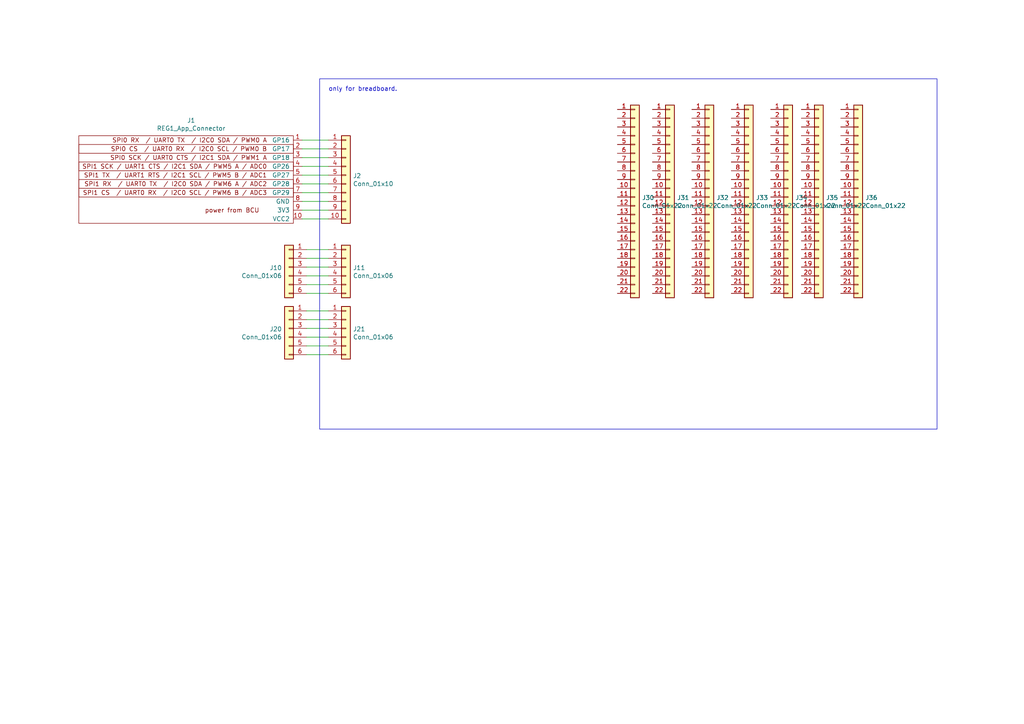
<source format=kicad_sch>
(kicad_sch (version 20230121) (generator eeschema)
  (paper "A4")
  (title_block (title "REG1-App-Universal") (date "2023-10-13") (rev "V00.90") (company "OpenKNX") (comment 1 "by Ing-Dom <dom@ing-dom.de>") (comment 4 "https://OpenKNX.de"))
  (lib_symbols
    (symbol "Connector_Generic:Conn_01x06" (pin_names (offset 1.016) hide)
      (property "Reference" "J" (at 0 7.62 0))
      (property "Value" "Conn_01x06" (at 0 -10.16 0))
      (symbol "Conn_01x06_1_1"
        (rectangle (start -1.27 -7.493) (end 0 -7.747) (stroke (width 0.1524)))
        (rectangle (start -1.27 -4.953) (end 0 -5.207) (stroke (width 0.1524)))
        (rectangle (start -1.27 -2.413) (end 0 -2.667) (stroke (width 0.1524)))
        (rectangle (start -1.27 0.127) (end 0 -0.127) (stroke (width 0.1524)))
        (rectangle (start -1.27 2.667) (end 0 2.413) (stroke (width 0.1524)))
        (rectangle (start -1.27 5.207) (end 0 4.953) (stroke (width 0.1524)))
        (rectangle (start -1.27 6.35) (end 1.27 -8.89) (stroke (width 0.254)) (fill (type background)))
        (pin passive line (at -5.08 5.08 0) (length 3.81) (name "Pin_1") (number "1"))
        (pin passive line (at -5.08 2.54 0) (length 3.81) (name "Pin_2") (number "2"))
        (pin passive line (at -5.08 0 0) (length 3.81) (name "Pin_3") (number "3"))
        (pin passive line (at -5.08 -2.54 0) (length 3.81) (name "Pin_4") (number "4"))
        (pin passive line (at -5.08 -5.08 0) (length 3.81) (name "Pin_5") (number "5"))
        (pin passive line (at -5.08 -7.62 0) (length 3.81) (name "Pin_6") (number "6"))
      )
    )
    (symbol "Connector_Generic:Conn_01x10" (pin_names (offset 1.016) hide)
      (property "Reference" "J" (at 0 12.7 0))
      (property "Value" "Conn_01x10" (at 0 -15.24 0))
      (symbol "Conn_01x10_1_1"
        (rectangle (start -1.27 -12.573) (end 0 -12.827) (stroke (width 0.1524)))
        (rectangle (start -1.27 -10.033) (end 0 -10.287) (stroke (width 0.1524)))
        (rectangle (start -1.27 -7.493) (end 0 -7.747) (stroke (width 0.1524)))
        (rectangle (start -1.27 -4.953) (end 0 -5.207) (stroke (width 0.1524)))
        (rectangle (start -1.27 -2.413) (end 0 -2.667) (stroke (width 0.1524)))
        (rectangle (start -1.27 0.127) (end 0 -0.127) (stroke (width 0.1524)))
        (rectangle (start -1.27 2.667) (end 0 2.413) (stroke (width 0.1524)))
        (rectangle (start -1.27 5.207) (end 0 4.953) (stroke (width 0.1524)))
        (rectangle (start -1.27 7.747) (end 0 7.493) (stroke (width 0.1524)))
        (rectangle (start -1.27 10.287) (end 0 10.033) (stroke (width 0.1524)))
        (rectangle (start -1.27 11.43) (end 1.27 -13.97) (stroke (width 0.254)) (fill (type background)))
        (pin passive line (at -5.08 10.16 0) (length 3.81) (name "Pin_1") (number "1"))
        (pin passive line (at -5.08 -12.7 0) (length 3.81) (name "Pin_10") (number "10"))
        (pin passive line (at -5.08 7.62 0) (length 3.81) (name "Pin_2") (number "2"))
        (pin passive line (at -5.08 5.08 0) (length 3.81) (name "Pin_3") (number "3"))
        (pin passive line (at -5.08 2.54 0) (length 3.81) (name "Pin_4") (number "4"))
        (pin passive line (at -5.08 0 0) (length 3.81) (name "Pin_5") (number "5"))
        (pin passive line (at -5.08 -2.54 0) (length 3.81) (name "Pin_6") (number "6"))
        (pin passive line (at -5.08 -5.08 0) (length 3.81) (name "Pin_7") (number "7"))
        (pin passive line (at -5.08 -7.62 0) (length 3.81) (name "Pin_8") (number "8"))
        (pin passive line (at -5.08 -10.16 0) (length 3.81) (name "Pin_9") (number "9"))
      )
    )
    (symbol "Connector_Generic:Conn_01x22" (pin_names (offset 1.016) hide)
      (property "Reference" "J" (at 0 27.94 0))
      (property "Value" "Conn_01x22" (at 0 -30.48 0))
      (symbol "Conn_01x22_1_1"
        (rectangle (start -1.27 -27.813) (end 0 -28.067) (stroke (width 0.1524)))
        (rectangle (start -1.27 -25.273) (end 0 -25.527) (stroke (width 0.1524)))
        (rectangle (start -1.27 -22.733) (end 0 -22.987) (stroke (width 0.1524)))
        (rectangle (start -1.27 -20.193) (end 0 -20.447) (stroke (width 0.1524)))
        (rectangle (start -1.27 -17.653) (end 0 -17.907) (stroke (width 0.1524)))
        (rectangle (start -1.27 -15.113) (end 0 -15.367) (stroke (width 0.1524)))
        (rectangle (start -1.27 -12.573) (end 0 -12.827) (stroke (width 0.1524)))
        (rectangle (start -1.27 -10.033) (end 0 -10.287) (stroke (width 0.1524)))
        (rectangle (start -1.27 -7.493) (end 0 -7.747) (stroke (width 0.1524)))
        (rectangle (start -1.27 -4.953) (end 0 -5.207) (stroke (width 0.1524)))
        (rectangle (start -1.27 -2.413) (end 0 -2.667) (stroke (width 0.1524)))
        (rectangle (start -1.27 0.127) (end 0 -0.127) (stroke (width 0.1524)))
        (rectangle (start -1.27 2.667) (end 0 2.413) (stroke (width 0.1524)))
        (rectangle (start -1.27 5.207) (end 0 4.953) (stroke (width 0.1524)))
        (rectangle (start -1.27 7.747) (end 0 7.493) (stroke (width 0.1524)))
        (rectangle (start -1.27 10.287) (end 0 10.033) (stroke (width 0.1524)))
        (rectangle (start -1.27 12.827) (end 0 12.573) (stroke (width 0.1524)))
        (rectangle (start -1.27 15.367) (end 0 15.113) (stroke (width 0.1524)))
        (rectangle (start -1.27 17.907) (end 0 17.653) (stroke (width 0.1524)))
        (rectangle (start -1.27 20.447) (end 0 20.193) (stroke (width 0.1524)))
        (rectangle (start -1.27 22.987) (end 0 22.733) (stroke (width 0.1524)))
        (rectangle (start -1.27 25.527) (end 0 25.273) (stroke (width 0.1524)))
        (rectangle (start -1.27 26.67) (end 1.27 -29.21) (stroke (width 0.254)) (fill (type background)))
        (pin passive line (at -5.08 25.4 0) (length 3.81) (name "Pin_1") (number "1"))
        (pin passive line (at -5.08 2.54 0) (length 3.81) (name "Pin_10") (number "10"))
        (pin passive line (at -5.08 0 0) (length 3.81) (name "Pin_11") (number "11"))
        (pin passive line (at -5.08 -2.54 0) (length 3.81) (name "Pin_12") (number "12"))
        (pin passive line (at -5.08 -5.08 0) (length 3.81) (name "Pin_13") (number "13"))
        (pin passive line (at -5.08 -7.62 0) (length 3.81) (name "Pin_14") (number "14"))
        (pin passive line (at -5.08 -10.16 0) (length 3.81) (name "Pin_15") (number "15"))
        (pin passive line (at -5.08 -12.7 0) (length 3.81) (name "Pin_16") (number "16"))
        (pin passive line (at -5.08 -15.24 0) (length 3.81) (name "Pin_17") (number "17"))
        (pin passive line (at -5.08 -17.78 0) (length 3.81) (name "Pin_18") (number "18"))
        (pin passive line (at -5.08 -20.32 0) (length 3.81) (name "Pin_19") (number "19"))
        (pin passive line (at -5.08 22.86 0) (length 3.81) (name "Pin_2") (number "2"))
        (pin passive line (at -5.08 -22.86 0) (length 3.81) (name "Pin_20") (number "20"))
        (pin passive line (at -5.08 -25.4 0) (length 3.81) (name "Pin_21") (number "21"))
        (pin passive line (at -5.08 -27.94 0) (length 3.81) (name "Pin_22") (number "22"))
        (pin passive line (at -5.08 20.32 0) (length 3.81) (name "Pin_3") (number "3"))
        (pin passive line (at -5.08 17.78 0) (length 3.81) (name "Pin_4") (number "4"))
        (pin passive line (at -5.08 15.24 0) (length 3.81) (name "Pin_5") (number "5"))
        (pin passive line (at -5.08 12.7 0) (length 3.81) (name "Pin_6") (number "6"))
        (pin passive line (at -5.08 10.16 0) (length 3.81) (name "Pin_7") (number "7"))
        (pin passive line (at -5.08 7.62 0) (length 3.81) (name "Pin_8") (number "8"))
        (pin passive line (at -5.08 5.08 0) (length 3.81) (name "Pin_9") (number "9"))
      )
    )
    (symbol "OpenKNX:REG1_App_Connector" (pin_names (offset 1.016))
      (property "Reference" "J" (at 10.16 13.97 0))
      (property "Value" "REG1_App_Connector" (at 1.27 -13.97 0))
      (symbol "REG1_App_Connector_0_0"
        (rectangle (start -49.53 -2.54) (end 12.7 0))
        (rectangle (start 12.7 -5.08) (end -49.53 -2.54))
        (rectangle (start 12.7 2.54) (end -49.53 5.08))
        (rectangle (start 12.7 10.16) (end -49.53 7.62))
        (rectangle (start 12.7 12.7) (end -49.53 -12.7))
        (text "power from BCU" (at -5.08 -8.89 0) (effects (font (size 1.27 1.27))))
        (text "SPI0 CS  / UART0 RX  / I2C0 SCL / PWM0 B" (at 5.08 8.89 0) (effects (font (size 1.27 1.27)) (justify right)))
        (text "SPI0 RX  / UART0 TX  / I2C0 SDA / PWM0 A" (at 5.08 11.43 0) (effects (font (size 1.27 1.27)) (justify right)))
        (text "SPI0 SCK / UART0 CTS / I2C1 SDA / PWM1 A" (at 5.08 6.35 0) (effects (font (size 1.27 1.27)) (justify right)))
        (text "SPI1 CS  / UART0 RX  / I2C0 SCL / PWM6 B / ADC3" (at 5.08 -3.81 0) (effects (font (size 1.27 1.27)) (justify right)))
        (text "SPI1 RX  / UART0 TX  / I2C0 SDA / PWM6 A / ADC2" (at 5.08 -1.27 0) (effects (font (size 1.27 1.27)) (justify right)))
        (text "SPI1 SCK / UART1 CTS / I2C1 SDA / PWM5 A / ADC0" (at 5.08 3.81 0) (effects (font (size 1.27 1.27)) (justify right)))
        (text "SPI1 TX  / UART1 RTS / I2C1 SCL / PWM5 B / ADC1" (at 5.08 1.27 0) (effects (font (size 1.27 1.27)) (justify right)))
      )
      (symbol "REG1_App_Connector_1_1"
        (pin bidirectional line (at 15.24 11.43 180) (length 2.54) (name "GP16") (number "1"))
        (pin power_out line (at 15.24 -11.43 180) (length 2.54) (name "VCC2") (number "10"))
        (pin bidirectional line (at 15.24 8.89 180) (length 2.54) (name "GP17") (number "2"))
        (pin bidirectional line (at 15.24 6.35 180) (length 2.54) (name "GP18") (number "3"))
        (pin bidirectional line (at 15.24 3.81 180) (length 2.54) (name "GP26") (number "4"))
        (pin bidirectional line (at 15.24 1.27 180) (length 2.54) (name "GP27") (number "5"))
        (pin bidirectional line (at 15.24 -1.27 180) (length 2.54) (name "GP28") (number "6"))
        (pin bidirectional line (at 15.24 -3.81 180) (length 2.54) (name "GP29") (number "7"))
        (pin power_out line (at 15.24 -6.35 180) (length 2.54) (name "GND") (number "8"))
        (pin power_out line (at 15.24 -8.89 180) (length 2.54) (name "3V3") (number "9"))
      )
    )
  )
  (wire (pts (xy 87.63 40.64) (xy 95.25 40.64)))
  (wire (pts (xy 95.25 43.18) (xy 87.63 43.18)))
  (wire (pts (xy 88.9 100.33) (xy 95.25 100.33)))
  (wire (pts (xy 87.63 50.8) (xy 95.25 50.8)))
  (wire (pts (xy 88.9 85.09) (xy 95.25 85.09)))
  (wire (pts (xy 95.25 60.96) (xy 87.63 60.96)))
  (wire (pts (xy 88.9 90.17) (xy 95.25 90.17)))
  (wire (pts (xy 95.25 53.34) (xy 87.63 53.34)))
  (wire (pts (xy 88.9 72.39) (xy 95.25 72.39)))
  (wire (pts (xy 87.63 55.88) (xy 95.25 55.88)))
  (wire (pts (xy 88.9 97.79) (xy 95.25 97.79)))
  (wire (pts (xy 87.63 58.42) (xy 95.25 58.42)))
  (wire (pts (xy 95.25 48.26) (xy 87.63 48.26)))
  (wire (pts (xy 87.63 63.5) (xy 95.25 63.5)))
  (wire (pts (xy 88.9 92.71) (xy 95.25 92.71)))
  (wire (pts (xy 88.9 95.25) (xy 95.25 95.25)))
  (wire (pts (xy 88.9 77.47) (xy 95.25 77.47)))
  (wire (pts (xy 88.9 74.93) (xy 95.25 74.93)))
  (wire (pts (xy 87.63 45.72) (xy 95.25 45.72)))
  (wire (pts (xy 88.9 82.55) (xy 95.25 82.55)))
  (wire (pts (xy 88.9 102.87) (xy 95.25 102.87)))
  (wire (pts (xy 88.9 80.01) (xy 95.25 80.01)))
  (rectangle (start 92.71 22.86) (end 271.78 124.46))
  (text "only for breadboard." (at 95.25 26.67 0) (effects (font (size 1.27 1.27)) (justify left bottom)))
  (symbol (lib_id "Connector_Generic:Conn_01x06") (at 83.82 77.47 0) (mirror y) (unit 1)
    (property "Reference" "J10" (at 81.788 77.6732 0) (effects (justify left)))
    (property "Value" "Conn_01x06" (at 81.788 79.9846 0) (effects (justify left)))
    (property "Footprint" "Connector_Phoenix_MC:PhoenixContact_MC_1,5_6-G-3.5_1x06_P3.50mm_Horizontal" (effects hide))
  )
  (symbol (lib_id "Connector_Generic:Conn_01x06") (at 83.82 95.25 0) (mirror y) (unit 1)
    (property "Reference" "J20" (at 81.788 95.4532 0) (effects (justify left)))
    (property "Value" "Conn_01x06" (at 81.788 97.7646 0) (effects (justify left)))
    (property "Footprint" "Connector_Phoenix_MC:PhoenixContact_MC_1,5_6-G-3.5_1x06_P3.50mm_Horizontal" (effects hide))
  )
  (symbol (lib_id "Connector_Generic:Conn_01x10") (at 100.33 50.8 0) (unit 1)
    (property "Reference" "J2" (at 102.362 51.0032 0) (effects (justify left)))
    (property "Value" "Conn_01x10" (at 102.362 53.3146 0) (effects (justify left)))
    (property "Footprint" "Connector_PinHeader_2.54mm:PinHeader_1x10_P2.54mm_Vertical" (effects hide))
  )
  (symbol (lib_id "Connector_Generic:Conn_01x06") (at 100.33 77.47 0) (unit 1)
    (property "Reference" "J11" (at 102.362 77.6732 0) (effects (justify left)))
    (property "Value" "Conn_01x06" (at 102.362 79.9846 0) (effects (justify left)))
    (property "Footprint" "Connector_PinHeader_2.54mm:PinHeader_1x06_P2.54mm_Vertical" (effects hide))
  )
  (symbol (lib_id "Connector_Generic:Conn_01x06") (at 100.33 95.25 0) (unit 1)
    (property "Reference" "J21" (at 102.362 95.4532 0) (effects (justify left)))
    (property "Value" "Conn_01x06" (at 102.362 97.7646 0) (effects (justify left)))
    (property "Footprint" "Connector_PinHeader_2.54mm:PinHeader_1x06_P2.54mm_Vertical" (effects hide))
  )
  (symbol (lib_id "Connector_Generic:Conn_01x22") (at 184.15 57.15 0) (unit 1)
    (property "Reference" "J30" (at 186.182 57.3532 0) (effects (justify left)))
    (property "Value" "Conn_01x22" (at 186.182 59.6646 0) (effects (justify left)))
    (property "Footprint" "Connector_PinHeader_2.54mm:PinHeader_1x22_P2.54mm_Vertical" (effects hide))
  )
  (symbol (lib_id "Connector_Generic:Conn_01x22") (at 194.31 57.15 0) (unit 1)
    (property "Reference" "J31" (at 196.342 57.3532 0) (effects (justify left)))
    (property "Value" "Conn_01x22" (at 196.342 59.6646 0) (effects (justify left)))
    (property "Footprint" "Connector_PinHeader_2.54mm:PinHeader_1x22_P2.54mm_Vertical" (effects hide))
  )
  (symbol (lib_id "Connector_Generic:Conn_01x22") (at 205.74 57.15 0) (unit 1)
    (property "Reference" "J32" (at 207.772 57.3532 0) (effects (justify left)))
    (property "Value" "Conn_01x22" (at 207.772 59.6646 0) (effects (justify left)))
    (property "Footprint" "Connector_PinHeader_2.54mm:PinHeader_1x22_P2.54mm_Vertical" (effects hide))
  )
  (symbol (lib_id "Connector_Generic:Conn_01x22") (at 217.17 57.15 0) (unit 1)
    (property "Reference" "J33" (at 219.202 57.3532 0) (effects (justify left)))
    (property "Value" "Conn_01x22" (at 219.202 59.6646 0) (effects (justify left)))
    (property "Footprint" "Connector_PinHeader_2.54mm:PinHeader_1x22_P2.54mm_Vertical" (effects hide))
  )
  (symbol (lib_id "Connector_Generic:Conn_01x22") (at 228.6 57.15 0) (unit 1)
    (property "Reference" "J34" (at 230.632 57.3532 0) (effects (justify left)))
    (property "Value" "Conn_01x22" (at 230.632 59.6646 0) (effects (justify left)))
    (property "Footprint" "Connector_PinHeader_2.54mm:PinHeader_1x22_P2.54mm_Vertical" (effects hide))
  )
  (symbol (lib_id "Connector_Generic:Conn_01x22") (at 237.49 57.15 0) (unit 1)
    (property "Reference" "J35" (at 239.522 57.3532 0) (effects (justify left)))
    (property "Value" "Conn_01x22" (at 239.522 59.6646 0) (effects (justify left)))
    (property "Footprint" "Connector_PinHeader_2.54mm:PinHeader_1x22_P2.54mm_Vertical" (effects hide))
  )
  (symbol (lib_id "Connector_Generic:Conn_01x22") (at 248.92 57.15 0) (unit 1)
    (property "Reference" "J36" (at 250.952 57.3532 0) (effects (justify left)))
    (property "Value" "Conn_01x22" (at 250.952 59.6646 0) (effects (justify left)))
    (property "Footprint" "Connector_PinHeader_2.54mm:PinHeader_1x22_P2.54mm_Vertical" (effects hide))
  )
  (symbol (lib_id "OpenKNX:REG1_App_Connector") (at 72.39 52.07 0) (unit 1)
    (property "Reference" "J1" (at 55.4482 34.925 0))
    (property "Value" "REG1_App_Connector" (at 55.4482 37.2364 0))
    (property "Footprint" "Connector_PinHeader_2.54mm:PinHeader_1x10_P2.54mm_Horizontal" (effects hide))
  )
)
</source>
